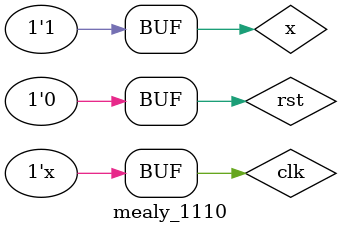
<source format=v>
`timescale 1ns/100ps
module mealy_1110;
  reg clk,rst,x;
  wire z;
  
  mealy_seq_1110 uut(clk,rst,x,z);
  always #5clk = ~clk;
  initial begin
    clk=1; rst=1; #10;
    rst=0;
    
    //01110011101
    x=0;#10;
    x=1;#10;
    x=1;#10;
    x=1;#10;
    x=0;#10;
    x=0;#10;
    x=1;#10;
    x=1;#10;
    x=1;#10;
    x=0;#10;
    x=1;#10;
  end
endmodule

    
    

</source>
